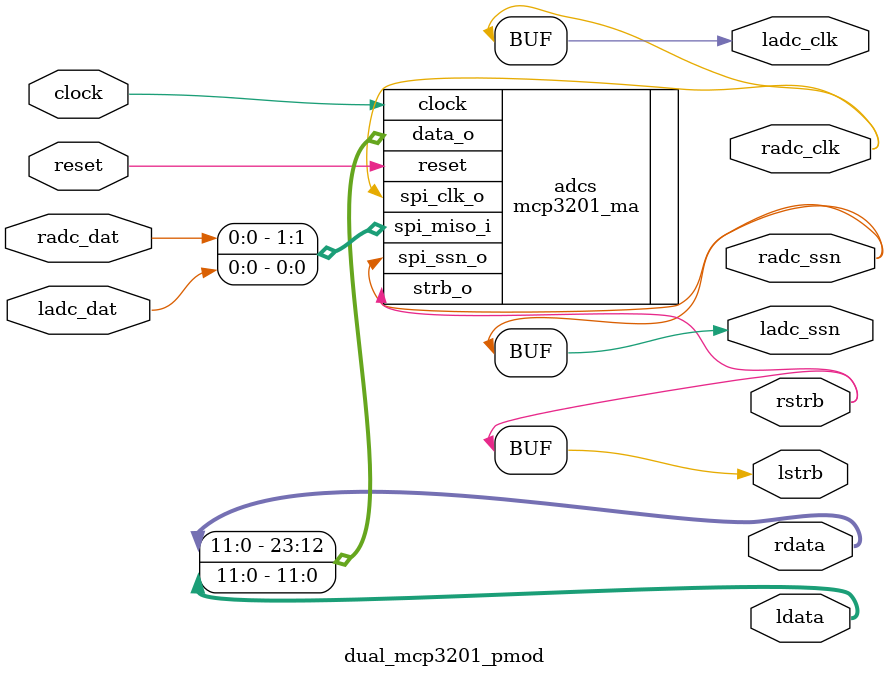
<source format=sv>
`timescale 1ns/100ps
`default_nettype none

`define MULTICHANNEL_VERSION

module dual_mcp3201_pmod #(parameter CLOCK_FREQ = 25000000,
                           parameter SAMPLE_RATE = 50000)
    (input wire clock,
     input wire reset,

     output wire radc_ssn,
     output wire radc_clk,
     input wire  radc_dat,

     output wire ladc_ssn,
     output wire ladc_clk,
     input wire  ladc_dat,

     output wire [11:0] rdata,
     output wire        rstrb,
     output wire [11:0] ldata,
     output wire        lstrb);

`ifdef MULTICHANNEL_VERSION
    /* Multichannel and sample rate accurate version */

    localparam SPI_SCLK_FREQ = 1000000;

    mcp3201_ma #(.CHANNELS(2),
                 .CLOCK_FREQ(CLOCK_FREQ),
                 .SCLK_FREQ(SPI_SCLK_FREQ),
                 .SAMPLE_RATE(SAMPLE_RATE)) adcs
      (.clock, .reset,
       .spi_clk_o(radc_clk),
       .spi_ssn_o(radc_ssn),
       .spi_miso_i({ radc_dat, ladc_dat }),
       .data_o({ rdata, ldata }),
       .strb_o(rstrb));

    assign ladc_clk = radc_clk;
    assign ladc_ssn = radc_ssn;
    assign lstrb = rstrb;

`else
    /* Single channel inaccurate version */

    localparam MCP3201_CLOCK_PER_SAMPLE = 17;
    localparam SCLK_FREQ = SAMPLE_RATE * MCP3201_CLOCK_PER_SAMPLE;

    logic spi_clk;

    spi_sclk_gen #(.CLOCK_FREQ(CLOCK_FREQ),
                   .SCLK_FREQ(SCLK_FREQ)) spi_sclk_gen_impl
      (.clock, .reset,
       .sclk_o(spi_clk));

    mcp3201 adc_left
      (.clock, .reset,
       .spi_clk_i(spi_clk),
       .spi_ssn_o(ladc_ssn),
       .spi_miso_i(ladc_dat),
       .data_o(ldata),
       .strb_o(lstrb));

    mcp3201 adc_right
      (.clock, .reset,
       .spi_clk_i(spi_clk),
       .spi_ssn_o(radc_ssn),
       .spi_miso_i(radc_dat),
       .data_o(rdata),
       .strb_o(rstrb));

    assign ladc_clk = spi_clk;
    assign radc_clk = spi_clk;
`endif

endmodule // dual_mcp3201_pmod

</source>
